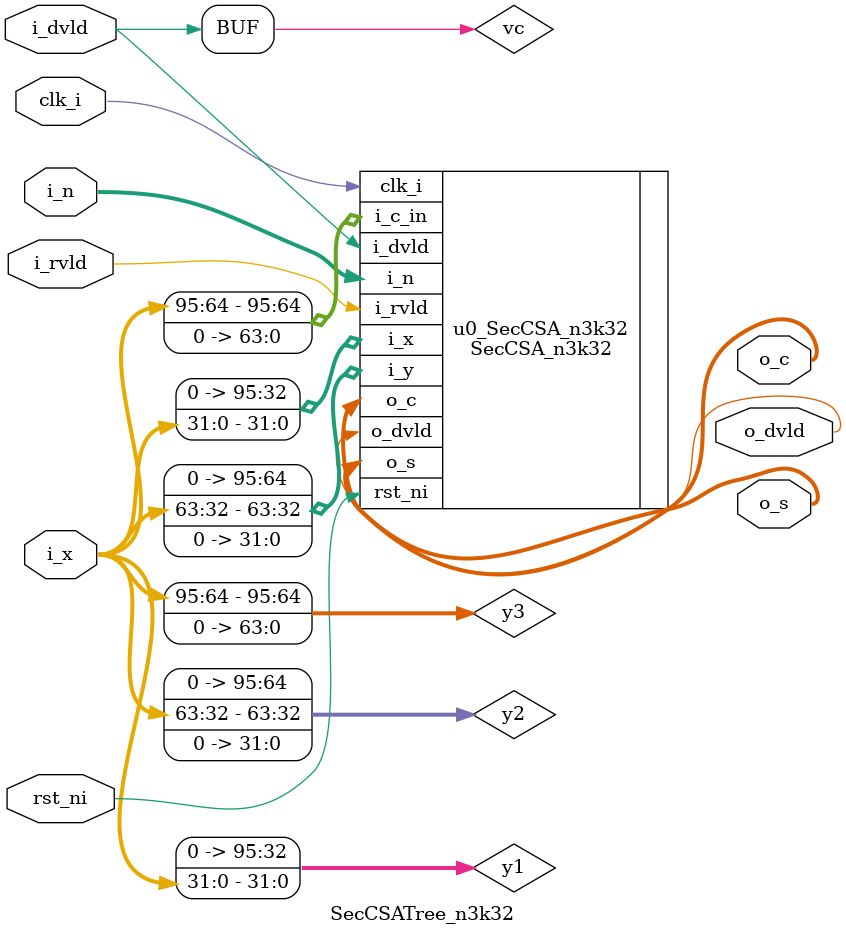
<source format=v>

`timescale 1ns/1ps
module SecCSATree_n3k32(
    input  wire        clk_i,
    input  wire        rst_ni,
    input  wire        i_dvld,
    input  wire        i_rvld,
    input  wire [95:0] i_n,
    input  wire [95:0] i_x,
    output wire [95:0] o_s,
    output wire [95:0] o_c,
    output wire        o_dvld);

wire     [95:0] y1;
wire     [95:0] y2;
wire     [95:0] y3;
wire            vc;

// ------------------------------------------------------------------------------
// y1[0]= x[0];
// y1[1]= 0;
// y1[2]= 0;
// ------------------------------------------------------------------------------
assign y1[0+:32] = i_x[0+:32];
assign y1[32+:32] = 32'd0;
assign y1[64+:32] = 32'd0;

// ------------------------------------------------------------------------------
// y2[0]= 0;
// y2[1]= x[1];
// y2[2]= 0;
// ------------------------------------------------------------------------------
assign y2[0+:32] = 32'd0;
assign y2[32+:32] = i_x[32+:32];
assign y2[64+:32] = 32'd0;

// ------------------------------------------------------------------------------
// y3[0]= 0;
// y3[1]= 0;
// y3[2]= x[2];
// ------------------------------------------------------------------------------
assign y3[0+:32] = 32'd0;
assign y3[32+:32] = 32'd0;
assign y3[64+:32] = i_x[64+:32];

// ------------------------------------------------------------------------------
// connect i_dvld to csa valid
// ------------------------------------------------------------------------------
assign vc = i_dvld;

// ------------------------------------------------------------------------------
// Do SecCSA instance
// ------------------------------------------------------------------------------
SecCSA_n3k32
  u0_SecCSA_n3k32
   (.clk_i  (clk_i),
    .rst_ni (rst_ni),
    .i_dvld (vc),
    .i_rvld (i_rvld),
    .i_n    (i_n[0+:96]),
    .i_x    (y1),
    .i_y    (y2),
    .i_c_in (y3),
    .o_s    (o_s),
    .o_c    (o_c),
    .o_dvld (o_dvld));


endmodule

</source>
